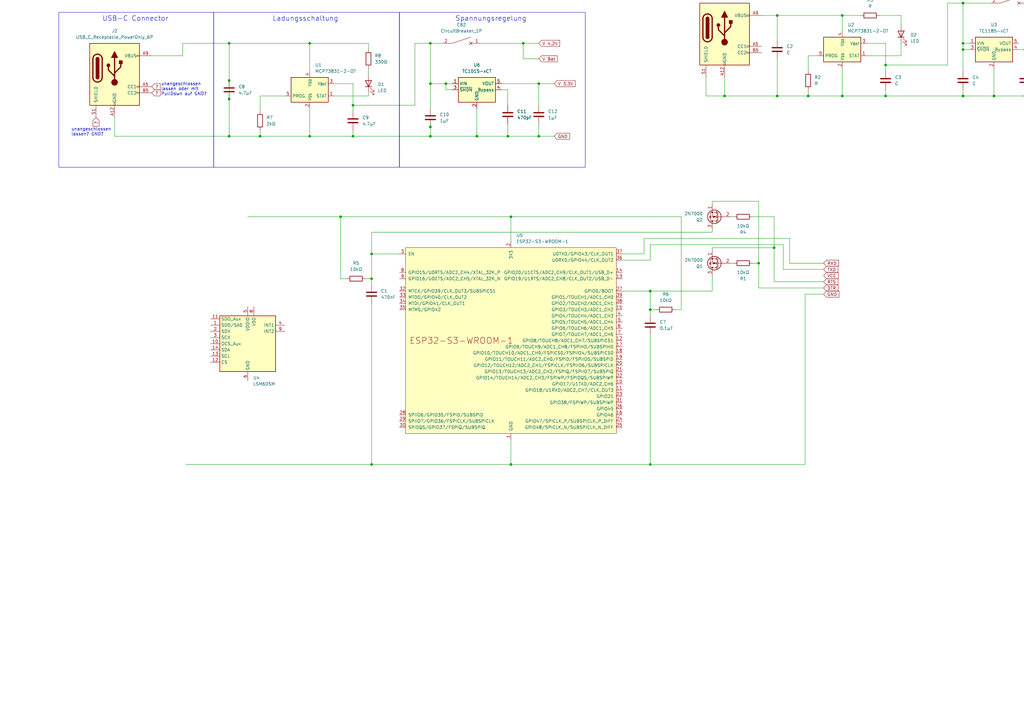
<source format=kicad_sch>
(kicad_sch (version 20230121) (generator eeschema)
  (paper "A3")
  (lib_symbols
    (symbol "Battery_Management:MCP73831-2-OT"
      (property "Reference" "U" (at -7.62 6.35 0))
      (property "Value" "MCP73831-2-OT" (at 1.27 6.35 0))
      (symbol "MCP73831-2-OT_0_1"
        (rectangle (start -7.62 5.08) (end 7.62 -5.08) (stroke (width 0.254)) (fill (type background)))
      )
      (symbol "MCP73831-2-OT_1_1"
        (pin output line (at 10.16 -2.54 180) (length 2.54) (name "STAT") (number "1"))
        (pin power_in line (at 0 -7.62 90) (length 2.54) (name "V_{SS}") (number "2"))
        (pin power_out line (at 10.16 2.54 180) (length 2.54) (name "V_{BAT}") (number "3"))
        (pin power_in line (at 0 7.62 270) (length 2.54) (name "V_{DD}") (number "4"))
        (pin input line (at -10.16 -2.54 0) (length 2.54) (name "PROG") (number "5"))
      )
    )
    (symbol "Connector:TestPoint" (pin_numbers hide) (pin_names (offset 0.762) hide)
      (property "Reference" "TP" (at 0 6.858 0))
      (property "Value" "TestPoint" (at 0 5.08 0))
      (symbol "TestPoint_0_1"
        (circle (center 0 3.302) (radius 0.762))
      )
      (symbol "TestPoint_1_1"
        (pin passive line (at 0 0 90) (length 2.54) (name "1") (number "1"))
      )
    )
    (symbol "Connector:USB_C_Receptacle_PowerOnly_6P" (pin_names (offset 1.016))
      (property "Reference" "J" (at 0 16.51 0))
      (property "Value" "USB_C_Receptacle_PowerOnly_6P" (at 0 13.97 0))
      (symbol "USB_C_Receptacle_PowerOnly_6P_0_0"
        (rectangle (start -0.254 -12.7) (end 0.254 -11.684))
        (rectangle (start 10.16 -7.366) (end 9.144 -7.874))
        (rectangle (start 10.16 -4.826) (end 9.144 -5.334))
        (rectangle (start 10.16 7.874) (end 9.144 7.366))
      )
      (symbol "USB_C_Receptacle_PowerOnly_6P_0_1"
        (rectangle (start -10.16 12.7) (end 10.16 -12.7) (stroke (width 0.254)) (fill (type background)))
        (arc (start -8.89 -1.27) (mid -6.985 -3.1667) (end -5.08 -1.27) (stroke (width 0.508)))
        (arc (start -7.62 -1.27) (mid -6.985 -1.9023) (end -6.35 -1.27) (stroke (width 0.254)))
        (arc (start -7.62 -1.27) (mid -6.985 -1.9023) (end -6.35 -1.27) (stroke (width 0.254)) (fill (type outline)))
        (rectangle (start -7.62 -1.27) (end -6.35 6.35) (stroke (width 0.254)) (fill (type outline)))
        (arc (start -6.35 6.35) (mid -6.985 6.9823) (end -7.62 6.35) (stroke (width 0.254)))
        (arc (start -6.35 6.35) (mid -6.985 6.9823) (end -7.62 6.35) (stroke (width 0.254)) (fill (type outline)))
        (arc (start -5.08 6.35) (mid -6.985 8.2467) (end -8.89 6.35) (stroke (width 0.508)))
        (circle (center -2.54 3.683) (radius 0.635) (stroke (width 0.254)) (fill (type outline)))
        (circle (center 0 -3.302) (radius 1.27) (fill (type outline)))
        (polyline (pts (xy -8.89 -1.27) (xy -8.89 6.35)) (stroke (width 0.508)))
        (polyline (pts (xy -5.08 6.35) (xy -5.08 -1.27)) (stroke (width 0.508)))
        (polyline (pts (xy 0 -3.302) (xy 0 6.858)) (stroke (width 0.508)))
        (polyline (pts (xy 0 -0.762) (xy -2.54 1.778) (xy -2.54 3.048)) (stroke (width 0.508)))
        (polyline (pts (xy 0 0.508) (xy 2.54 3.048) (xy 2.54 4.318)) (stroke (width 0.508)))
        (polyline (pts (xy -1.27 6.858) (xy 0 9.398) (xy 1.27 6.858) (xy -1.27 6.858)) (stroke (width 0.254)) (fill (type outline)))
        (rectangle (start 1.905 4.318) (end 3.175 5.588) (stroke (width 0.254)) (fill (type outline)))
      )
      (symbol "USB_C_Receptacle_PowerOnly_6P_1_1"
        (pin passive line (at 0 -17.78 90) (length 5.08) (name "GND") (number "A12"))
        (pin bidirectional line (at 15.24 -5.08 180) (length 5.08) (name "CC1") (number "A5"))
        (pin passive line (at 15.24 7.62 180) (length 5.08) (name "VBUS") (number "A9"))
        (pin passive line (at 0 -17.78 90) (length 5.08) hide (name "GND") (number "B12"))
        (pin bidirectional line (at 15.24 -7.62 180) (length 5.08) (name "CC2") (number "B5"))
        (pin passive line (at 15.24 7.62 180) (length 5.08) hide (name "VBUS") (number "B9"))
        (pin passive line (at -7.62 -17.78 90) (length 5.08) (name "SHIELD") (number "S1"))
      )
    )
    (symbol "Device:C" (pin_numbers hide) (pin_names (offset 0.254))
      (property "Reference" "C" (at 0.635 2.54 0))
      (property "Value" "C" (at 0.635 -2.54 0))
      (symbol "C_0_1"
        (polyline (pts (xy -2.032 -0.762) (xy 2.032 -0.762)) (stroke (width 0.508)))
        (polyline (pts (xy -2.032 0.762) (xy 2.032 0.762)) (stroke (width 0.508)))
      )
      (symbol "C_1_1"
        (pin passive line (at 0 3.81 270) (length 2.794) (name "~") (number "1"))
        (pin passive line (at 0 -3.81 90) (length 2.794) (name "~") (number "2"))
      )
    )
    (symbol "Device:CircuitBreaker_1P"
      (property "Reference" "CB" (at 1.905 0 0))
      (property "Value" "CircuitBreaker_1P" (at 1.905 1.905 0))
      (symbol "CircuitBreaker_1P_0_1"
        (polyline (pts (xy 0 -5.08) (xy 0 -3.81)))
        (polyline (pts (xy 0 -3.81) (xy -2.54 3.81)))
      )
      (symbol "CircuitBreaker_1P_1_1"
        (polyline (pts (xy -0.635 4.445) (xy 0.635 3.175)))
        (polyline (pts (xy 0 5.08) (xy 0 3.81)))
        (polyline (pts (xy 0.635 4.445) (xy -0.635 3.175)))
        (pin passive line (at 0 7.62 270) (length 2.54) (name "~") (number "1"))
        (pin passive line (at 0 -7.62 90) (length 2.54) (name "~") (number "2"))
      )
    )
    (symbol "Device:LED" (pin_numbers hide) (pin_names (offset 1.016) hide)
      (property "Reference" "D" (at 0 2.54 0))
      (property "Value" "LED" (at 0 -2.54 0))
      (symbol "LED_0_1"
        (polyline (pts (xy -1.27 -1.27) (xy -1.27 1.27)) (stroke (width 0.254)))
        (polyline (pts (xy -1.27 0) (xy 1.27 0)))
        (polyline (pts (xy 1.27 -1.27) (xy 1.27 1.27) (xy -1.27 0) (xy 1.27 -1.27)) (stroke (width 0.254)))
        (polyline (pts (xy -3.048 -0.762) (xy -4.572 -2.286) (xy -3.81 -2.286) (xy -4.572 -2.286) (xy -4.572 -1.524)))
        (polyline (pts (xy -1.778 -0.762) (xy -3.302 -2.286) (xy -2.54 -2.286) (xy -3.302 -2.286) (xy -3.302 -1.524)))
      )
      (symbol "LED_1_1"
        (pin passive line (at -3.81 0 0) (length 2.54) (name "K") (number "1"))
        (pin passive line (at 3.81 0 180) (length 2.54) (name "A") (number "2"))
      )
    )
    (symbol "Device:R" (pin_numbers hide) (pin_names (offset 0))
      (property "Reference" "R" (at 2.032 0 90))
      (property "Value" "R" (at 0 0 90))
      (symbol "R_0_1"
        (rectangle (start -1.016 -2.54) (end 1.016 2.54) (stroke (width 0.254)))
      )
      (symbol "R_1_1"
        (pin passive line (at 0 3.81 270) (length 1.27) (name "~") (number "1"))
        (pin passive line (at 0 -3.81 90) (length 1.27) (name "~") (number "2"))
      )
    )
    (symbol "PCM_Espressif:ESP32-S3-WROOM-1" (pin_names (offset 1.016))
      (property "Reference" "U" (at -43.18 43.18 0))
      (property "Value" "ESP32-S3-WROOM-1" (at -43.18 40.64 0))
      (symbol "ESP32-S3-WROOM-1_0_0"
        (text "ESP32-S3-WROOM-1" (at -20.32 0 0) (effects (font (size 2.54 2.54))))
        (pin power_in line (at 0 -40.64 90) (length 2.54) (name "GND") (number "1"))
        (pin bidirectional line (at 45.72 -17.78 180) (length 2.54) (name "GPIO17/U1TXD/ADC2_CH6") (number "10"))
        (pin bidirectional line (at 45.72 -20.32 180) (length 2.54) (name "GPIO18/U1RXD/ADC2_CH7/CLK_OUT3") (number "11"))
        (pin bidirectional line (at 45.72 0 180) (length 2.54) (name "GPIO8/TOUCH8/ADC1_CH7/SUBSPICS1") (number "12"))
        (pin bidirectional line (at 45.72 25.4 180) (length 2.54) (name "GPIO19/U1RTS/ADC2_CH8/CLK_OUT2/USB_D-") (number "13"))
        (pin bidirectional line (at 45.72 27.94 180) (length 2.54) (name "GPIO20/U1CTS/ADC2_CH9/CLK_OUT1/USB_D+") (number "14"))
        (pin bidirectional line (at 45.72 12.7 180) (length 2.54) (name "GPIO3/TOUCH3/ADC1_CH2") (number "15"))
        (pin bidirectional line (at 45.72 -30.48 180) (length 2.54) (name "GPIO46") (number "16"))
        (pin bidirectional line (at 45.72 -2.54 180) (length 2.54) (name "GPIO9/TOUCH9/ADC1_CH8/FSPIHD/SUBSPIHD") (number "17"))
        (pin bidirectional line (at 45.72 -5.08 180) (length 2.54) (name "GPIO10/TOUCH10/ADC1_CH9/FSPICS0/FSPIIO4/SUBSPICS0") (number "18"))
        (pin bidirectional line (at 45.72 -7.62 180) (length 2.54) (name "GPIO11/TOUCH11/ADC2_CH0/FSPID/FSPIIO5/SUBSPID") (number "19"))
        (pin power_in line (at 0 40.64 270) (length 2.54) (name "3V3") (number "2"))
        (pin bidirectional line (at 45.72 -10.16 180) (length 2.54) (name "GPIO12/TOUCH12/ADC2_CH1/FSPICLK/FSPIIO6/SUBSPICLK") (number "20"))
        (pin bidirectional line (at 45.72 -12.7 180) (length 2.54) (name "GPIO13/TOUCH13/ADC2_CH2/FSPIQ/FSPIIO7/SUBSPIQ") (number "21"))
        (pin bidirectional line (at 45.72 -15.24 180) (length 2.54) (name "GPIO14/TOUCH14/ADC2_CH3/FSPIWP/FSPIDQS/SUBSPIWP") (number "22"))
        (pin bidirectional line (at 45.72 -22.86 180) (length 2.54) (name "GPIO21") (number "23"))
        (pin bidirectional line (at 45.72 -33.02 180) (length 2.54) (name "GPIO47/SPICLK_P/SUBSPICLK_P_DIFF") (number "24"))
        (pin bidirectional line (at 45.72 -35.56 180) (length 2.54) (name "GPIO48/SPICLK_N/SUBSPICLK_N_DIFF") (number "25"))
        (pin bidirectional line (at 45.72 -27.94 180) (length 2.54) (name "GPIO45") (number "26"))
        (pin bidirectional line (at 45.72 20.32 180) (length 2.54) (name "GPIO0/BOOT") (number "27"))
        (pin bidirectional line (at -45.72 -30.48 0) (length 2.54) (name "SPIIO6/GPIO35/FSPID/SUBSPID") (number "28"))
        (pin bidirectional line (at -45.72 -33.02 0) (length 2.54) (name "SPIIO7/GPIO36/FSPICLK/SUBSPICLK") (number "29"))
        (pin input line (at -45.72 35.56 0) (length 2.54) (name "EN") (number "3"))
        (pin bidirectional line (at -45.72 -35.56 0) (length 2.54) (name "SPIDQS/GPIO37/FSPIQ/SUBSPIQ") (number "30"))
        (pin bidirectional line (at 45.72 -25.4 180) (length 2.54) (name "GPIO38/FSPIWP/SUBSPIWP") (number "31"))
        (pin bidirectional line (at -45.72 20.32 0) (length 2.54) (name "MTCK/GPIO39/CLK_OUT3/SUBSPICS1") (number "32"))
        (pin bidirectional line (at -45.72 17.78 0) (length 2.54) (name "MTDO/GPIO40/CLK_OUT2") (number "33"))
        (pin bidirectional line (at -45.72 15.24 0) (length 2.54) (name "MTDI/GPIO41/CLK_OUT1") (number "34"))
        (pin bidirectional line (at -45.72 12.7 0) (length 2.54) (name "MTMS/GPIO42") (number "35"))
        (pin bidirectional line (at 45.72 33.02 180) (length 2.54) (name "U0RXD/GPIO44/CLK_OUT2") (number "36"))
        (pin bidirectional line (at 45.72 35.56 180) (length 2.54) (name "U0TXD/GPIO43/CLK_OUT1") (number "37"))
        (pin bidirectional line (at 45.72 15.24 180) (length 2.54) (name "GPIO2/TOUCH2/ADC1_CH1") (number "38"))
        (pin bidirectional line (at 45.72 17.78 180) (length 2.54) (name "GPIO1/TOUCH1/ADC1_CH0") (number "39"))
        (pin bidirectional line (at 45.72 10.16 180) (length 2.54) (name "GPIO4/TOUCH4/ADC1_CH3") (number "4"))
        (pin passive line (at 0 -40.64 90) (length 2.54) hide (name "GND") (number "40"))
        (pin passive line (at 0 -40.64 90) (length 2.54) hide (name "GND") (number "41"))
        (pin bidirectional line (at 45.72 7.62 180) (length 2.54) (name "GPIO5/TOUCH5/ADC1_CH4") (number "5"))
        (pin bidirectional line (at 45.72 5.08 180) (length 2.54) (name "GPIO6/TOUCH6/ADC1_CH5") (number "6"))
        (pin bidirectional line (at 45.72 2.54 180) (length 2.54) (name "GPIO7/TOUCH7/ADC1_CH6") (number "7"))
        (pin bidirectional line (at -45.72 27.94 0) (length 2.54) (name "GPIO15/U0RTS/ADC2_CH4/XTAL_32K_P") (number "8"))
        (pin bidirectional line (at -45.72 25.4 0) (length 2.54) (name "GPIO16/U0CTS/ADC2_CH5/XTAL_32K_N") (number "9"))
      )
      (symbol "ESP32-S3-WROOM-1_0_1"
        (rectangle (start -43.18 38.1) (end 43.18 -38.1) (fill (type background)))
      )
    )
    (symbol "Regulator_Linear:TC1015-xCT"
      (property "Reference" "U" (at -6.35 6.35 0))
      (property "Value" "TC1015-xCT" (at 0 6.35 0))
      (symbol "TC1015-xCT_0_1"
        (rectangle (start -7.62 5.08) (end 7.62 -5.08) (stroke (width 0.254)) (fill (type background)))
      )
      (symbol "TC1015-xCT_1_1"
        (pin power_in line (at -10.16 2.54 0) (length 2.54) (name "VIN") (number "1"))
        (pin power_in line (at 0 -7.62 90) (length 2.54) (name "GND") (number "2"))
        (pin input line (at -10.16 0 0) (length 2.54) (name "~{SHDN}") (number "3"))
        (pin passive line (at 10.16 0 180) (length 2.54) (name "Bypass") (number "4"))
        (pin power_out line (at 10.16 2.54 180) (length 2.54) (name "VOUT") (number "5"))
      )
    )
    (symbol "Regulator_Linear:TC1185-xCT"
      (property "Reference" "U" (at -6.35 6.35 0))
      (property "Value" "TC1185-xCT" (at 0 6.35 0))
      (symbol "TC1185-xCT_0_1"
        (rectangle (start -7.62 5.08) (end 7.62 -5.08) (stroke (width 0.254)) (fill (type background)))
      )
      (symbol "TC1185-xCT_1_1"
        (pin power_in line (at -10.16 2.54 0) (length 2.54) (name "VIN") (number "1"))
        (pin power_in line (at 0 -7.62 90) (length 2.54) (name "GND") (number "2"))
        (pin input line (at -10.16 0 0) (length 2.54) (name "~{SHDN}") (number "3"))
        (pin passive line (at 10.16 0 180) (length 2.54) (name "Bypass") (number "4"))
        (pin power_out line (at 10.16 2.54 180) (length 2.54) (name "VOUT") (number "5"))
      )
    )
    (symbol "Sensor_Motion:LSM6DSM"
      (property "Reference" "U" (at -11.43 15.24 0))
      (property "Value" "LSM6DSM" (at -11.43 12.7 0))
      (symbol "LSM6DSM_0_1"
        (rectangle (start 11.43 11.43) (end -11.43 -11.43) (stroke (width 0.254)) (fill (type background)))
      )
      (symbol "LSM6DSM_1_1"
        (pin bidirectional line (at -15.24 7.62 0) (length 3.81) (name "SDO/SA0") (number "1"))
        (pin passive line (at -15.24 0 0) (length 3.81) (name "OCS_Aux") (number "10"))
        (pin bidirectional line (at -15.24 10.16 0) (length 3.81) (name "SDO_Aux") (number "11"))
        (pin input line (at -15.24 -7.62 0) (length 3.81) (name "CS") (number "12"))
        (pin input line (at -15.24 -5.08 0) (length 3.81) (name "SCL") (number "13"))
        (pin bidirectional line (at -15.24 -2.54 0) (length 3.81) (name "SDA") (number "14"))
        (pin bidirectional line (at -15.24 5.08 0) (length 3.81) (name "SDX") (number "2"))
        (pin input line (at -15.24 2.54 0) (length 3.81) (name "SCX") (number "3"))
        (pin output line (at 15.24 7.62 180) (length 3.81) (name "INT1") (number "4"))
        (pin power_in line (at 0 15.24 270) (length 3.81) (name "VDDIO") (number "5"))
        (pin power_in line (at 0 -15.24 90) (length 3.81) (name "GND") (number "6"))
        (pin passive line (at 0 -15.24 90) (length 3.81) hide (name "GND") (number "7"))
        (pin power_in line (at 2.54 15.24 270) (length 3.81) (name "VDD") (number "8"))
        (pin output line (at 15.24 5.08 180) (length 3.81) (name "INT2") (number "9"))
      )
    )
    (symbol "Transistor_FET:2N7000" (pin_names hide)
      (property "Reference" "Q" (at 5.08 1.905 0))
      (property "Value" "2N7000" (at 5.08 0 0))
      (symbol "2N7000_0_1"
        (polyline (pts (xy 0.254 0) (xy -2.54 0)))
        (polyline (pts (xy 0.254 1.905) (xy 0.254 -1.905)) (stroke (width 0.254)))
        (polyline (pts (xy 0.762 -1.27) (xy 0.762 -2.286)) (stroke (width 0.254)))
        (polyline (pts (xy 0.762 0.508) (xy 0.762 -0.508)) (stroke (width 0.254)))
        (polyline (pts (xy 0.762 2.286) (xy 0.762 1.27)) (stroke (width 0.254)))
        (polyline (pts (xy 2.54 2.54) (xy 2.54 1.778)))
        (polyline (pts (xy 2.54 -2.54) (xy 2.54 0) (xy 0.762 0)))
        (polyline (pts (xy 0.762 -1.778) (xy 3.302 -1.778) (xy 3.302 1.778) (xy 0.762 1.778)))
        (polyline (pts (xy 1.016 0) (xy 2.032 0.381) (xy 2.032 -0.381) (xy 1.016 0)) (fill (type outline)))
        (polyline (pts (xy 2.794 0.508) (xy 2.921 0.381) (xy 3.683 0.381) (xy 3.81 0.254)))
        (polyline (pts (xy 3.302 0.381) (xy 2.921 -0.254) (xy 3.683 -0.254) (xy 3.302 0.381)))
        (circle (center 1.651 0) (radius 2.794) (stroke (width 0.254)))
        (circle (center 2.54 -1.778) (radius 0.254) (fill (type outline)))
        (circle (center 2.54 1.778) (radius 0.254) (fill (type outline)))
      )
      (symbol "2N7000_1_1"
        (pin passive line (at 2.54 -5.08 90) (length 2.54) (name "S") (number "1"))
        (pin input line (at -5.08 0 0) (length 2.54) (name "G") (number "2"))
        (pin passive line (at 2.54 5.08 270) (length 2.54) (name "D") (number "3"))
      )
    )
  )
  (junction (at 345.44 6.35))
  (junction (at 152.4 190.5))
  (junction (at 318.77 39.37))
  (junction (at 318.77 6.35))
  (junction (at 433.07 39.37))
  (junction (at 317.5 101.6))
  (junction (at 93.98 40.64))
  (junction (at 106.68 55.88))
  (junction (at 176.53 52.07))
  (junction (at 220.98 55.88))
  (junction (at 420.37 20.32))
  (junction (at 144.78 55.88))
  (junction (at 93.98 33.02))
  (junction (at 144.78 43.18))
  (junction (at 331.47 39.37))
  (junction (at 195.58 55.88))
  (junction (at 420.37 39.37))
  (junction (at 93.98 17.78))
  (junction (at 209.55 88.9))
  (junction (at 266.7 119.38))
  (junction (at 394.97 1.27))
  (junction (at 127 55.88))
  (junction (at 220.98 34.29))
  (junction (at 176.53 17.78))
  (junction (at 266.7 190.5))
  (junction (at 152.4 114.3))
  (junction (at 345.44 39.37))
  (junction (at 152.4 104.14))
  (junction (at 394.97 39.37))
  (junction (at 363.22 39.37))
  (junction (at 297.18 39.37))
  (junction (at 93.98 55.88))
  (junction (at 363.22 26.67))
  (junction (at 208.28 55.88))
  (junction (at 394.97 17.78))
  (junction (at 176.53 55.88))
  (junction (at 176.53 34.29))
  (junction (at 127 17.78))
  (junction (at 214.63 17.78))
  (junction (at 407.67 39.37))
  (junction (at 209.55 190.5))
  (junction (at 394.97 20.32))
  (junction (at 139.7 88.9))
  (junction (at 266.7 127))
  (junction (at 182.88 34.29))
  (junction (at 311.15 107.95))
  (wire (pts (xy 297.18 31.75) (xy 297.18 39.37)))
  (wire (pts (xy 149.86 114.3) (xy 152.4 114.3)))
  (wire (pts (xy 407.67 39.37) (xy 420.37 39.37)))
  (wire (pts (xy 106.68 53.34) (xy 106.68 55.88)))
  (wire (pts (xy 330.2 120.65) (xy 330.2 190.5)))
  (wire (pts (xy 139.7 114.3) (xy 142.24 114.3)))
  (wire (pts (xy 318.77 39.37) (xy 318.77 24.13)))
  (wire (pts (xy 279.4 88.9) (xy 209.55 88.9)))
  (wire (pts (xy 311.15 107.95) (xy 308.61 107.95)))
  (wire (pts (xy 152.4 124.46) (xy 152.4 190.5)))
  (wire (pts (xy 394.97 20.32) (xy 394.97 29.21)))
  (wire (pts (xy 318.77 6.35) (xy 318.77 16.51)))
  (wire (pts (xy 363.22 39.37) (xy 345.44 39.37)))
  (wire (pts (xy 220.98 34.29) (xy 227.33 34.29)))
  (wire (pts (xy 292.1 102.87) (xy 292.1 101.6)))
  (wire (pts (xy 209.55 99.06) (xy 209.55 88.9)))
  (wire (pts (xy 137.16 34.29) (xy 144.78 34.29)))
  (wire (pts (xy 266.7 119.38) (xy 266.7 127)))
  (wire (pts (xy 144.78 43.18) (xy 170.18 43.18)))
  (wire (pts (xy 363.22 26.67) (xy 388.62 26.67)))
  (wire (pts (xy 266.7 127) (xy 266.7 129.54)))
  (wire (pts (xy 208.28 36.83) (xy 208.28 43.18)))
  (wire (pts (xy 144.78 34.29) (xy 144.78 43.18)))
  (wire (pts (xy 292.1 83.82) (xy 292.1 82.55)))
  (wire (pts (xy 208.28 55.88) (xy 220.98 55.88)))
  (wire (pts (xy 433.07 39.37) (xy 452.12 39.37)))
  (wire (pts (xy 152.4 190.5) (xy 209.55 190.5)))
  (wire (pts (xy 93.98 17.78) (xy 93.98 33.02)))
  (wire (pts (xy 337.82 107.95) (xy 323.85 107.95)))
  (wire (pts (xy 93.98 55.88) (xy 106.68 55.88)))
  (wire (pts (xy 152.4 114.3) (xy 152.4 116.84)))
  (wire (pts (xy 195.58 44.45) (xy 195.58 55.88)))
  (wire (pts (xy 266.7 190.5) (xy 330.2 190.5)))
  (wire (pts (xy 127 17.78) (xy 127 29.21)))
  (wire (pts (xy 196.85 17.78) (xy 214.63 17.78)))
  (wire (pts (xy 433.07 36.83) (xy 433.07 39.37)))
  (wire (pts (xy 214.63 17.78) (xy 220.98 17.78)))
  (wire (pts (xy 255.27 106.68) (xy 266.7 106.68)))
  (wire (pts (xy 264.16 97.79) (xy 264.16 104.14)))
  (wire (pts (xy 93.98 40.64) (xy 93.98 33.02)))
  (wire (pts (xy 152.4 95.25) (xy 292.1 95.25)))
  (wire (pts (xy 337.82 110.49) (xy 321.31 110.49)))
  (wire (pts (xy 311.15 107.95) (xy 311.15 118.11)))
  (wire (pts (xy 323.85 107.95) (xy 323.85 97.79)))
  (wire (pts (xy 292.1 93.98) (xy 292.1 95.25)))
  (wire (pts (xy 311.15 118.11) (xy 337.82 118.11)))
  (wire (pts (xy 394.97 39.37) (xy 407.67 39.37)))
  (wire (pts (xy 420.37 36.83) (xy 420.37 39.37)))
  (wire (pts (xy 176.53 55.88) (xy 195.58 55.88)))
  (wire (pts (xy 355.6 17.78) (xy 363.22 17.78)))
  (wire (pts (xy 214.63 24.13) (xy 214.63 17.78)))
  (wire (pts (xy 308.61 88.9) (xy 317.5 88.9)))
  (wire (pts (xy 139.7 88.9) (xy 209.55 88.9)))
  (wire (pts (xy 170.18 43.18) (xy 170.18 17.78)))
  (wire (pts (xy 127 17.78) (xy 151.13 17.78)))
  (wire (pts (xy 355.6 22.86) (xy 369.57 22.86)))
  (wire (pts (xy 176.53 34.29) (xy 182.88 34.29)))
  (wire (pts (xy 151.13 39.37) (xy 151.13 38.1)))
  (wire (pts (xy 220.98 50.8) (xy 220.98 55.88)))
  (wire (pts (xy 74.93 17.78) (xy 93.98 17.78)))
  (wire (pts (xy 331.47 36.83) (xy 331.47 39.37)))
  (wire (pts (xy 433.07 20.32) (xy 420.37 20.32)))
  (wire (pts (xy 151.13 17.78) (xy 151.13 20.32)))
  (wire (pts (xy 46.99 55.88) (xy 93.98 55.88)))
  (wire (pts (xy 266.7 119.38) (xy 292.1 119.38)))
  (wire (pts (xy 335.28 22.86) (xy 331.47 22.86)))
  (wire (pts (xy 394.97 17.78) (xy 397.51 17.78)))
  (wire (pts (xy 176.53 17.78) (xy 176.53 34.29)))
  (wire (pts (xy 317.5 115.57) (xy 317.5 101.6)))
  (wire (pts (xy 266.7 100.33) (xy 321.31 100.33)))
  (wire (pts (xy 205.74 34.29) (xy 220.98 34.29)))
  (wire (pts (xy 106.68 39.37) (xy 116.84 39.37)))
  (wire (pts (xy 176.53 34.29) (xy 176.53 44.45)))
  (wire (pts (xy 208.28 50.8) (xy 208.28 55.88)))
  (wire (pts (xy 209.55 190.5) (xy 266.7 190.5)))
  (wire (pts (xy 345.44 6.35) (xy 345.44 12.7)))
  (wire (pts (xy 317.5 88.9) (xy 317.5 101.6)))
  (wire (pts (xy 394.97 36.83) (xy 394.97 39.37)))
  (wire (pts (xy 101.6 88.9) (xy 139.7 88.9)))
  (wire (pts (xy 176.53 52.07) (xy 176.53 55.88)))
  (wire (pts (xy 182.88 34.29) (xy 185.42 34.29)))
  (wire (pts (xy 279.4 127) (xy 279.4 88.9)))
  (wire (pts (xy 289.56 39.37) (xy 297.18 39.37)))
  (wire (pts (xy 93.98 55.88) (xy 93.98 40.64)))
  (wire (pts (xy 264.16 97.79) (xy 323.85 97.79)))
  (wire (pts (xy 394.97 1.27) (xy 394.97 17.78)))
  (wire (pts (xy 363.22 17.78) (xy 363.22 26.67)))
  (wire (pts (xy 74.93 22.86) (xy 74.93 17.78)))
  (wire (pts (xy 209.55 180.34) (xy 209.55 190.5)))
  (wire (pts (xy 76.2 190.5) (xy 152.4 190.5)))
  (wire (pts (xy 345.44 6.35) (xy 353.06 6.35)))
  (wire (pts (xy 394.97 20.32) (xy 397.51 20.32)))
  (wire (pts (xy 345.44 27.94) (xy 345.44 39.37)))
  (wire (pts (xy 62.23 22.86) (xy 74.93 22.86)))
  (wire (pts (xy 388.62 1.27) (xy 388.62 26.67)))
  (wire (pts (xy 170.18 17.78) (xy 176.53 17.78)))
  (wire (pts (xy 318.77 6.35) (xy 345.44 6.35)))
  (wire (pts (xy 152.4 95.25) (xy 152.4 104.14)))
  (wire (pts (xy 394.97 1.27) (xy 388.62 1.27)))
  (wire (pts (xy 106.68 55.88) (xy 127 55.88)))
  (wire (pts (xy 337.82 120.65) (xy 330.2 120.65)))
  (wire (pts (xy 300.99 107.95) (xy 299.72 107.95)))
  (wire (pts (xy 292.1 82.55) (xy 311.15 82.55)))
  (wire (pts (xy 317.5 115.57) (xy 337.82 115.57)))
  (wire (pts (xy 363.22 36.83) (xy 363.22 39.37)))
  (wire (pts (xy 266.7 100.33) (xy 266.7 106.68)))
  (wire (pts (xy 144.78 43.18) (xy 144.78 45.72)))
  (wire (pts (xy 433.07 39.37) (xy 420.37 39.37)))
  (wire (pts (xy 176.53 50.8) (xy 176.53 52.07)))
  (wire (pts (xy 369.57 17.78) (xy 369.57 22.86)))
  (wire (pts (xy 46.99 48.26) (xy 46.99 55.88)))
  (wire (pts (xy 144.78 53.34) (xy 144.78 55.88)))
  (wire (pts (xy 255.27 119.38) (xy 266.7 119.38)))
  (wire (pts (xy 152.4 104.14) (xy 152.4 114.3)))
  (wire (pts (xy 264.16 104.14) (xy 255.27 104.14)))
  (wire (pts (xy 407.67 27.94) (xy 407.67 39.37)))
  (wire (pts (xy 300.99 88.9) (xy 299.72 88.9)))
  (wire (pts (xy 369.57 6.35) (xy 369.57 10.16)))
  (wire (pts (xy 185.42 36.83) (xy 182.88 36.83)))
  (wire (pts (xy 312.42 6.35) (xy 318.77 6.35)))
  (wire (pts (xy 345.44 39.37) (xy 331.47 39.37)))
  (wire (pts (xy 331.47 22.86) (xy 331.47 29.21)))
  (wire (pts (xy 127 44.45) (xy 127 55.88)))
  (wire (pts (xy 331.47 39.37) (xy 318.77 39.37)))
  (wire (pts (xy 151.13 27.94) (xy 151.13 30.48)))
  (wire (pts (xy 152.4 104.14) (xy 163.83 104.14)))
  (wire (pts (xy 195.58 55.88) (xy 208.28 55.88)))
  (wire (pts (xy 220.98 24.13) (xy 214.63 24.13)))
  (wire (pts (xy 292.1 113.03) (xy 292.1 119.38)))
  (wire (pts (xy 363.22 39.37) (xy 394.97 39.37)))
  (wire (pts (xy 421.64 1.27) (xy 452.12 1.27)))
  (wire (pts (xy 394.97 17.78) (xy 394.97 20.32)))
  (wire (pts (xy 276.86 127) (xy 279.4 127)))
  (wire (pts (xy 420.37 20.32) (xy 420.37 29.21)))
  (wire (pts (xy 266.7 137.16) (xy 266.7 190.5)))
  (wire (pts (xy 321.31 110.49) (xy 321.31 100.33)))
  (wire (pts (xy 220.98 55.88) (xy 227.33 55.88)))
  (wire (pts (xy 363.22 26.67) (xy 363.22 29.21)))
  (wire (pts (xy 266.7 127) (xy 269.24 127)))
  (wire (pts (xy 151.13 39.37) (xy 137.16 39.37)))
  (wire (pts (xy 144.78 55.88) (xy 176.53 55.88)))
  (wire (pts (xy 311.15 107.95) (xy 311.15 82.55)))
  (wire (pts (xy 360.68 6.35) (xy 369.57 6.35)))
  (wire (pts (xy 93.98 17.78) (xy 127 17.78)))
  (wire (pts (xy 417.83 20.32) (xy 420.37 20.32)))
  (wire (pts (xy 289.56 31.75) (xy 289.56 39.37)))
  (wire (pts (xy 394.97 1.27) (xy 406.4 1.27)))
  (wire (pts (xy 317.5 101.6) (xy 292.1 101.6)))
  (wire (pts (xy 297.18 39.37) (xy 318.77 39.37)))
  (wire (pts (xy 139.7 88.9) (xy 139.7 114.3)))
  (wire (pts (xy 205.74 36.83) (xy 208.28 36.83)))
  (wire (pts (xy 106.68 39.37) (xy 106.68 45.72)))
  (wire (pts (xy 182.88 36.83) (xy 182.88 34.29)))
  (wire (pts (xy 433.07 29.21) (xy 433.07 20.32)))
  (wire (pts (xy 220.98 34.29) (xy 220.98 43.18)))
  (wire (pts (xy 176.53 17.78) (xy 181.61 17.78)))
  (wire (pts (xy 127 55.88) (xy 144.78 55.88)))
  (rectangle (start 24.13 5.08) (end 87.63 68.58))
  (rectangle (start 163.83 5.08) (end 240.03 68.58))
  (rectangle (start 87.63 5.08) (end 163.83 68.58))
  (text "Spannungsregelung\n" (at 186.69 8.89 0) (effects (font (size 2 2)) (justify left bottom)))
  (text "unangeschlossen\nlassen oder mit\nPullDown auf GND?" (at 66.04 39.37 0) (effects (font (size 1.27 1.27)) (justify left bottom)))
  (text "unangeschlossen\nlassen? GND?" (at 29.21 55.88 0) (effects (font (size 1.27 1.27)) (justify left bottom)))
  (text "Ladungsschaltung" (at 111.76 8.89 0) (effects (font (size 2 2)) (justify left bottom)))
  (text "USB-C Connector" (at 41.91 8.89 0) (effects (font (size 2 2)) (justify left bottom)))
  (global_label "RTS" (shape input) (at 337.82 115.57 0) (property "Intersheetrefs" "${INTERSHEET_REFS}" (effects hide)))
  (global_label "RXD" (shape input) (at 337.82 107.95 0) (property "Intersheetrefs" "${INTERSHEET_REFS}" (effects hide)))
  (global_label "?" (shape input) (at 62.23 35.56 0) (property "Intersheetrefs" "${INTERSHEET_REFS}" (effects hide)))
  (global_label "GND" (shape input) (at 227.33 55.88 0) (property "Intersheetrefs" "${INTERSHEET_REFS}" (effects hide)))
  (global_label "?" (shape input) (at 39.37 48.26 270) (property "Intersheetrefs" "${INTERSHEET_REFS}" (effects hide)))
  (global_label "VCC" (shape input) (at 337.82 113.03 0) (property "Intersheetrefs" "${INTERSHEET_REFS}" (effects hide)))
  (global_label "V 4.2V" (shape input) (at 220.98 17.78 0) (property "Intersheetrefs" "${INTERSHEET_REFS}" (effects hide)))
  (global_label "V Bat" (shape input) (at 220.98 24.13 0) (property "Intersheetrefs" "${INTERSHEET_REFS}" (effects hide)))
  (global_label "TXD" (shape input) (at 337.82 110.49 0) (property "Intersheetrefs" "${INTERSHEET_REFS}" (effects hide)))
  (global_label "V 3.3V" (shape input) (at 227.33 34.29 0) (property "Intersheetrefs" "${INTERSHEET_REFS}" (effects hide)))
  (global_label "GND" (shape input) (at 337.82 120.65 0) (property "Intersheetrefs" "${INTERSHEET_REFS}" (effects hide)))
  (global_label "?" (shape input) (at 62.23 38.1 0) (property "Intersheetrefs" "${INTERSHEET_REFS}" (effects hide)))
  (global_label "DTR" (shape input) (at 337.82 118.11 0) (property "Intersheetrefs" "${INTERSHEET_REFS}" (effects hide)))
  (symbol (lib_id "Device:LED") (at 151.13 34.29 90) (unit 1)
    (property "Reference" "D1" (at 154.94 34.6075 90) (effects (justify right)))
    (property "Value" "LED" (at 154.94 37.1475 90) (effects (justify right)))
  )
  (symbol (lib_id "Transistor_FET:2N7000") (at 294.64 88.9 180) (unit 1)
    (property "Reference" "Q2" (at 288.29 90.17 0) (effects (justify left)))
    (property "Value" "2N7000" (at 288.29 87.63 0) (effects (justify left)))
    (property "Footprint" "Package_TO_SOT_THT:TO-92_Inline" (effects hide))
    (property "Datasheet" "https://www.vishay.com/docs/70226/70226.pdf" (effects hide))
  )
  (symbol (lib_id "Device:LED") (at 369.57 13.97 90) (unit 1)
    (property "Reference" "D2" (at 373.38 14.2875 90) (effects (justify right)))
    (property "Value" "LED" (at 373.38 16.8275 90) (effects (justify right)))
  )
  (symbol (lib_id "Device:R") (at 273.05 127 90) (unit 1)
    (property "Reference" "R6" (at 273.05 120.65 90))
    (property "Value" "10kΩ" (at 273.05 123.19 90))
  )
  (symbol (lib_id "Device:R") (at 304.8 107.95 270) (unit 1)
    (property "Reference" "R1" (at 304.8 114.3 90))
    (property "Value" "10kΩ" (at 304.8 111.76 90))
  )
  (symbol (lib_id "Device:C") (at 318.77 20.32 0) (unit 1)
    (property "Reference" "C2" (at 322.58 19.05 0) (effects (justify left)))
    (property "Value" "C" (at 322.58 21.59 0) (effects (justify left)))
  )
  (symbol (lib_id "Device:C") (at 363.22 33.02 0) (unit 1)
    (property "Reference" "C3" (at 367.03 31.75 0) (effects (justify left)))
    (property "Value" "C" (at 367.03 34.29 0) (effects (justify left)))
  )
  (symbol (lib_id "Connector:TestPoint") (at 452.12 1.27 270) (unit 1)
    (property "Reference" "TP1" (at 457.2 0 90) (effects (justify left)))
    (property "Value" "Bat+" (at 457.2 2.54 90) (effects (justify left)))
  )
  (symbol (lib_id "PCM_Espressif:ESP32-S3-WROOM-1") (at 209.55 139.7 0) (unit 1)
    (property "Reference" "U5" (at 211.7441 96.52 0) (effects (justify left)))
    (property "Value" "ESP32-S3-WROOM-1" (at 211.7441 99.06 0) (effects (justify left)))
    (property "Footprint" "PCM_Espressif:ESP32-S3-WROOM-1" (effects hide))
    (property "Datasheet" "https://www.espressif.com/sites/default/files/documentation/esp32-s3-wroom-1_wroom-1u_datasheet_en.pdf" (effects hide))
  )
  (symbol (lib_id "Connector:TestPoint") (at 452.12 39.37 270) (unit 1)
    (property "Reference" "TP2" (at 457.2 38.1 90) (effects (justify left)))
    (property "Value" "Bat-" (at 457.2 40.64 90) (effects (justify left)))
  )
  (symbol (lib_id "Device:C") (at 220.98 46.99 0) (unit 1)
    (property "Reference" "C12" (at 224.79 45.72 0) (effects (justify left)))
    (property "Value" "1µF" (at 224.79 48.26 0) (effects (justify left)))
  )
  (symbol (lib_id "Battery_Management:MCP73831-2-OT") (at 127 36.83 0) (unit 1)
    (property "Reference" "U1" (at 129.1941 26.67 0) (effects (justify left)))
    (property "Value" "MCP73831-2-OT" (at 129.1941 29.21 0) (effects (justify left)))
    (property "Footprint" "Package_TO_SOT_SMD:SOT-23-5" (effects hide))
    (property "Datasheet" "http://ww1.microchip.com/downloads/en/DeviceDoc/20001984g.pdf" (effects hide))
  )
  (symbol (lib_id "Device:C") (at 420.37 33.02 0) (unit 1)
    (property "Reference" "C5" (at 424.18 31.75 0) (effects (justify left)))
    (property "Value" "C" (at 424.18 34.29 0) (effects (justify left)))
  )
  (symbol (lib_id "Device:CircuitBreaker_1P") (at 414.02 1.27 270) (unit 1)
    (property "Reference" "CB1" (at 414.02 -6.35 90))
    (property "Value" "CircuitBreaker_1P" (at 414.02 -3.81 90))
  )
  (symbol (lib_id "Device:R") (at 151.13 24.13 0) (unit 1)
    (property "Reference" "R8" (at 153.67 22.86 0) (effects (justify left)))
    (property "Value" "330Ω" (at 153.67 25.4 0) (effects (justify left)))
  )
  (symbol (lib_id "Device:C") (at 208.28 46.99 0) (unit 1)
    (property "Reference" "C11" (at 212.09 45.72 0) (effects (justify left)))
    (property "Value" "470pF" (at 212.09 48.26 0) (effects (justify left)))
  )
  (symbol (lib_id "Connector:USB_C_Receptacle_PowerOnly_6P") (at 46.99 30.48 0) (unit 1)
    (property "Reference" "J2" (at 46.99 12.7 0))
    (property "Value" "USB_C_Receptacle_PowerOnly_6P" (at 46.99 15.24 0))
    (property "Datasheet" "https://www.usb.org/sites/default/files/documents/usb_type-c.zip" (effects hide))
  )
  (symbol (lib_id "Battery_Management:MCP73831-2-OT") (at 345.44 20.32 0) (unit 1)
    (property "Reference" "U2" (at 347.6341 10.16 0) (effects (justify left)))
    (property "Value" "MCP73831-2-OT" (at 347.6341 12.7 0) (effects (justify left)))
    (property "Footprint" "Package_TO_SOT_SMD:SOT-23-5" (effects hide))
    (property "Datasheet" "http://ww1.microchip.com/downloads/en/DeviceDoc/20001984g.pdf" (effects hide))
  )
  (symbol (lib_id "Device:C") (at 152.4 120.65 0) (unit 1)
    (property "Reference" "C1" (at 156.21 119.38 0) (effects (justify left)))
    (property "Value" "470nF" (at 156.21 121.92 0) (effects (justify left)))
  )
  (symbol (lib_id "Sensor_Motion:LSM6DSM") (at 101.6 140.97 0) (unit 1)
    (property "Reference" "U4" (at 103.7941 154.94 0) (effects (justify left)))
    (property "Value" "LSM6DSM" (at 103.7941 157.48 0) (effects (justify left)))
    (property "Footprint" "Package_LGA:LGA-14_3x2.5mm_P0.5mm_LayoutBorder3x4y" (effects hide))
    (property "Datasheet" "https://www.st.com/resource/en/datasheet/lsm6dsm.pdf" (effects hide))
  )
  (symbol (lib_id "Regulator_Linear:TC1185-xCT") (at 407.67 20.32 0) (unit 1)
    (property "Reference" "U3" (at 407.67 10.16 0))
    (property "Value" "TC1185-xCT" (at 407.67 12.7 0))
    (property "Footprint" "Package_TO_SOT_SMD:SOT-23-5" (effects hide))
    (property "Datasheet" "https://ww1.microchip.com/downloads/aemDocuments/documents/APID/ProductDocuments/DataSheets/21335e.pdf" (effects hide))
  )
  (symbol (lib_id "Regulator_Linear:TC1015-xCT") (at 195.58 36.83 0) (unit 1)
    (property "Reference" "U6" (at 195.58 26.67 0))
    (property "Value" "TC1015-xCT" (at 195.58 29.21 0))
    (property "Footprint" "Package_TO_SOT_SMD:SOT-23-5" (effects hide))
    (property "Datasheet" "https://ww1.microchip.com/downloads/aemDocuments/documents/APID/ProductDocuments/DataSheets/21335e.pdf" (effects hide))
  )
  (symbol (lib_id "Device:R") (at 146.05 114.3 90) (unit 1)
    (property "Reference" "R5" (at 146.05 107.95 90))
    (property "Value" "10kΩ" (at 146.05 110.49 90))
  )
  (symbol (lib_id "Device:C") (at 93.98 36.83 0) (unit 1)
    (property "Reference" "C8" (at 97.79 35.56 0) (effects (justify left)))
    (property "Value" "4.7µF" (at 97.79 38.1 0) (effects (justify left)))
  )
  (symbol (lib_id "Device:C") (at 433.07 33.02 0) (unit 1)
    (property "Reference" "C6" (at 436.88 31.75 0) (effects (justify left)))
    (property "Value" "C" (at 436.88 34.29 0) (effects (justify left)))
  )
  (symbol (lib_id "Transistor_FET:2N7000") (at 294.64 107.95 180) (unit 1)
    (property "Reference" "Q1" (at 288.29 109.22 0) (effects (justify left)))
    (property "Value" "2N7000" (at 288.29 106.68 0) (effects (justify left)))
    (property "Footprint" "Package_TO_SOT_THT:TO-92_Inline" (effects hide))
    (property "Datasheet" "https://www.vishay.com/docs/70226/70226.pdf" (effects hide))
  )
  (symbol (lib_id "Device:C") (at 394.97 33.02 0) (unit 1)
    (property "Reference" "C4" (at 398.78 31.75 0) (effects (justify left)))
    (property "Value" "C" (at 398.78 34.29 0) (effects (justify left)))
  )
  (symbol (lib_id "Device:R") (at 331.47 33.02 0) (unit 1)
    (property "Reference" "R2" (at 334.01 31.75 0) (effects (justify left)))
    (property "Value" "R" (at 334.01 34.29 0) (effects (justify left)))
  )
  (symbol (lib_id "Device:C") (at 144.78 49.53 0) (unit 1)
    (property "Reference" "C9" (at 148.59 48.26 0) (effects (justify left)))
    (property "Value" "4.7µF" (at 148.59 50.8 0) (effects (justify left)))
  )
  (symbol (lib_id "Connector:USB_C_Receptacle_PowerOnly_6P") (at 297.18 13.97 0) (unit 1)
    (property "Reference" "J1" (at 297.18 -3.81 0))
    (property "Value" "USB_C_Receptacle_PowerOnly_6P" (at 297.18 -1.27 0))
    (property "Datasheet" "https://www.usb.org/sites/default/files/documents/usb_type-c.zip" (effects hide))
  )
  (symbol (lib_id "Device:R") (at 106.68 49.53 0) (unit 1)
    (property "Reference" "R7" (at 109.22 48.26 0) (effects (justify left)))
    (property "Value" "2kΩ" (at 109.22 50.8 0) (effects (justify left)))
  )
  (symbol (lib_id "Device:CircuitBreaker_1P") (at 189.23 17.78 270) (unit 1)
    (property "Reference" "CB2" (at 189.23 10.16 90))
    (property "Value" "CircuitBreaker_1P" (at 189.23 12.7 90))
  )
  (symbol (lib_id "Device:C") (at 176.53 48.26 0) (unit 1)
    (property "Reference" "C10" (at 180.34 46.99 0) (effects (justify left)))
    (property "Value" "1µF" (at 180.34 49.53 0) (effects (justify left)))
  )
  (symbol (lib_id "Device:R") (at 304.8 88.9 270) (unit 1)
    (property "Reference" "R4" (at 304.8 95.25 90))
    (property "Value" "10kΩ" (at 304.8 92.71 90))
  )
  (symbol (lib_id "Device:R") (at 356.87 6.35 90) (unit 1)
    (property "Reference" "R3" (at 356.87 0 90))
    (property "Value" "R" (at 356.87 2.54 90))
  )
  (symbol (lib_id "Device:C") (at 266.7 133.35 0) (unit 1)
    (property "Reference" "C7" (at 270.51 132.08 0) (effects (justify left)))
    (property "Value" "0.1µF" (at 270.51 134.62 0) (effects (justify left)))
  )
)
</source>
